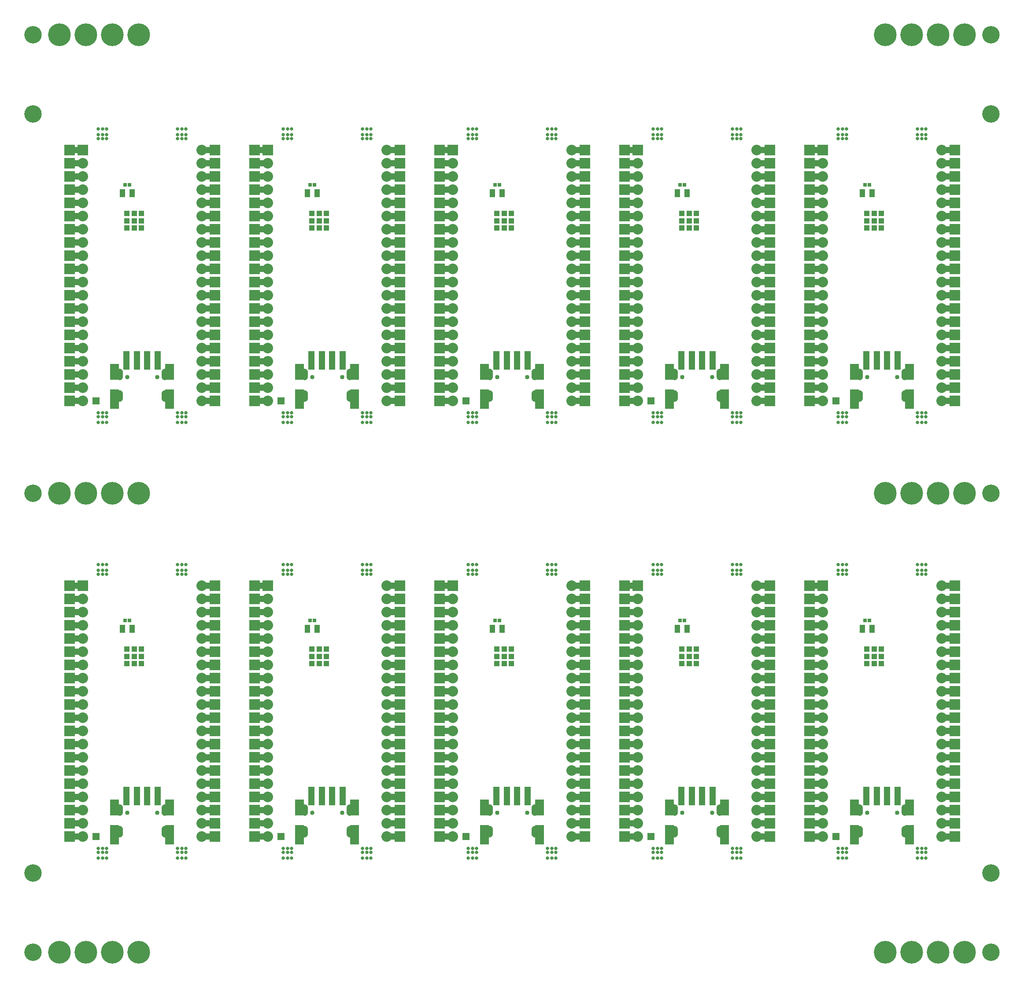
<source format=gbs>
G75*
%MOIN*%
%OFA0B0*%
%FSLAX25Y25*%
%IPPOS*%
%LPD*%
%AMOC8*
5,1,8,0,0,1.08239X$1,22.5*
%
%ADD10C,0.02569*%
%ADD11C,0.13198*%
%ADD12R,0.15000X0.05000*%
%ADD13R,0.08000X0.08000*%
%ADD14C,0.08000*%
%ADD15C,0.04734*%
%ADD16C,0.03356*%
%ADD17R,0.04143X0.06112*%
%ADD18R,0.03041X0.03041*%
%ADD19R,0.04537X0.13986*%
%ADD20R,0.06506X0.14773*%
%ADD21R,0.06506X0.12411*%
%ADD22R,0.04143X0.04143*%
%ADD23R,0.05324X0.05324*%
%ADD24C,0.17198*%
D10*
X0066175Y0088050D03*
X0069300Y0088050D03*
X0072425Y0088050D03*
X0072425Y0092425D03*
X0069300Y0092425D03*
X0069300Y0095550D03*
X0072425Y0095550D03*
X0066175Y0095550D03*
X0066175Y0092425D03*
X0126175Y0092425D03*
X0126175Y0095550D03*
X0129300Y0095550D03*
X0132425Y0095550D03*
X0132425Y0092425D03*
X0129300Y0092425D03*
X0129300Y0088050D03*
X0132425Y0088050D03*
X0126175Y0088050D03*
X0206175Y0088050D03*
X0209300Y0088050D03*
X0212425Y0088050D03*
X0212425Y0092425D03*
X0209300Y0092425D03*
X0206175Y0092425D03*
X0206175Y0095550D03*
X0209300Y0095550D03*
X0212425Y0095550D03*
X0266175Y0095550D03*
X0269300Y0095550D03*
X0272425Y0095550D03*
X0272425Y0092425D03*
X0269300Y0092425D03*
X0266175Y0092425D03*
X0266175Y0088050D03*
X0269300Y0088050D03*
X0272425Y0088050D03*
X0346175Y0088050D03*
X0349300Y0088050D03*
X0352425Y0088050D03*
X0352425Y0092425D03*
X0352425Y0095550D03*
X0349300Y0095550D03*
X0346175Y0095550D03*
X0346175Y0092425D03*
X0349300Y0092425D03*
X0406175Y0092425D03*
X0409300Y0092425D03*
X0409300Y0095550D03*
X0406175Y0095550D03*
X0412425Y0095550D03*
X0412425Y0092425D03*
X0412425Y0088050D03*
X0409300Y0088050D03*
X0406175Y0088050D03*
X0486175Y0088050D03*
X0489300Y0088050D03*
X0492425Y0088050D03*
X0492425Y0092425D03*
X0489300Y0092425D03*
X0486175Y0092425D03*
X0486175Y0095550D03*
X0489300Y0095550D03*
X0492425Y0095550D03*
X0546175Y0095550D03*
X0546175Y0092425D03*
X0549300Y0092425D03*
X0552425Y0092425D03*
X0552425Y0095550D03*
X0549300Y0095550D03*
X0549300Y0088050D03*
X0552425Y0088050D03*
X0546175Y0088050D03*
X0626175Y0088050D03*
X0629300Y0088050D03*
X0632425Y0088050D03*
X0632425Y0092425D03*
X0632425Y0095550D03*
X0629300Y0095550D03*
X0626175Y0095550D03*
X0626175Y0092425D03*
X0629300Y0092425D03*
X0686175Y0092425D03*
X0689300Y0092425D03*
X0689300Y0095550D03*
X0686175Y0095550D03*
X0692425Y0095550D03*
X0692425Y0092425D03*
X0692425Y0088050D03*
X0689300Y0088050D03*
X0686175Y0088050D03*
X0686175Y0303050D03*
X0689300Y0303050D03*
X0689300Y0306175D03*
X0686175Y0306175D03*
X0686175Y0310550D03*
X0689300Y0310550D03*
X0692425Y0310550D03*
X0692425Y0306175D03*
X0692425Y0303050D03*
X0632425Y0303050D03*
X0632425Y0306175D03*
X0629300Y0306175D03*
X0626175Y0306175D03*
X0626175Y0303050D03*
X0629300Y0303050D03*
X0629300Y0310550D03*
X0626175Y0310550D03*
X0632425Y0310550D03*
X0552425Y0310550D03*
X0549300Y0310550D03*
X0546175Y0310550D03*
X0546175Y0306175D03*
X0546175Y0303050D03*
X0549300Y0303050D03*
X0552425Y0303050D03*
X0552425Y0306175D03*
X0549300Y0306175D03*
X0492425Y0306175D03*
X0489300Y0306175D03*
X0486175Y0306175D03*
X0486175Y0303050D03*
X0489300Y0303050D03*
X0492425Y0303050D03*
X0492425Y0310550D03*
X0489300Y0310550D03*
X0486175Y0310550D03*
X0412425Y0310550D03*
X0409300Y0310550D03*
X0406175Y0310550D03*
X0406175Y0306175D03*
X0409300Y0306175D03*
X0409300Y0303050D03*
X0406175Y0303050D03*
X0412425Y0303050D03*
X0412425Y0306175D03*
X0352425Y0306175D03*
X0352425Y0303050D03*
X0349300Y0303050D03*
X0346175Y0303050D03*
X0346175Y0306175D03*
X0349300Y0306175D03*
X0349300Y0310550D03*
X0346175Y0310550D03*
X0352425Y0310550D03*
X0272425Y0310550D03*
X0269300Y0310550D03*
X0266175Y0310550D03*
X0266175Y0306175D03*
X0269300Y0306175D03*
X0272425Y0306175D03*
X0272425Y0303050D03*
X0269300Y0303050D03*
X0266175Y0303050D03*
X0212425Y0303050D03*
X0209300Y0303050D03*
X0206175Y0303050D03*
X0206175Y0306175D03*
X0209300Y0306175D03*
X0212425Y0306175D03*
X0212425Y0310550D03*
X0209300Y0310550D03*
X0206175Y0310550D03*
X0132425Y0310550D03*
X0129300Y0310550D03*
X0126175Y0310550D03*
X0126175Y0306175D03*
X0126175Y0303050D03*
X0129300Y0303050D03*
X0132425Y0303050D03*
X0132425Y0306175D03*
X0129300Y0306175D03*
X0072425Y0306175D03*
X0069300Y0306175D03*
X0069300Y0303050D03*
X0072425Y0303050D03*
X0066175Y0303050D03*
X0066175Y0306175D03*
X0066175Y0310550D03*
X0069300Y0310550D03*
X0072425Y0310550D03*
X0072425Y0418050D03*
X0069300Y0418050D03*
X0066175Y0418050D03*
X0066175Y0422425D03*
X0066175Y0425550D03*
X0069300Y0425550D03*
X0072425Y0425550D03*
X0072425Y0422425D03*
X0069300Y0422425D03*
X0126175Y0422425D03*
X0126175Y0425550D03*
X0129300Y0425550D03*
X0132425Y0425550D03*
X0132425Y0422425D03*
X0129300Y0422425D03*
X0129300Y0418050D03*
X0132425Y0418050D03*
X0126175Y0418050D03*
X0206175Y0418050D03*
X0209300Y0418050D03*
X0212425Y0418050D03*
X0212425Y0422425D03*
X0209300Y0422425D03*
X0206175Y0422425D03*
X0206175Y0425550D03*
X0209300Y0425550D03*
X0212425Y0425550D03*
X0266175Y0425550D03*
X0269300Y0425550D03*
X0272425Y0425550D03*
X0272425Y0422425D03*
X0269300Y0422425D03*
X0266175Y0422425D03*
X0266175Y0418050D03*
X0269300Y0418050D03*
X0272425Y0418050D03*
X0346175Y0418050D03*
X0349300Y0418050D03*
X0352425Y0418050D03*
X0352425Y0422425D03*
X0352425Y0425550D03*
X0349300Y0425550D03*
X0346175Y0425550D03*
X0346175Y0422425D03*
X0349300Y0422425D03*
X0406175Y0422425D03*
X0409300Y0422425D03*
X0409300Y0425550D03*
X0406175Y0425550D03*
X0412425Y0425550D03*
X0412425Y0422425D03*
X0412425Y0418050D03*
X0409300Y0418050D03*
X0406175Y0418050D03*
X0486175Y0418050D03*
X0489300Y0418050D03*
X0492425Y0418050D03*
X0492425Y0422425D03*
X0489300Y0422425D03*
X0486175Y0422425D03*
X0486175Y0425550D03*
X0489300Y0425550D03*
X0492425Y0425550D03*
X0546175Y0425550D03*
X0546175Y0422425D03*
X0549300Y0422425D03*
X0552425Y0422425D03*
X0552425Y0425550D03*
X0549300Y0425550D03*
X0549300Y0418050D03*
X0552425Y0418050D03*
X0546175Y0418050D03*
X0626175Y0418050D03*
X0629300Y0418050D03*
X0632425Y0418050D03*
X0632425Y0422425D03*
X0632425Y0425550D03*
X0629300Y0425550D03*
X0626175Y0425550D03*
X0626175Y0422425D03*
X0629300Y0422425D03*
X0686175Y0422425D03*
X0689300Y0422425D03*
X0689300Y0425550D03*
X0686175Y0425550D03*
X0692425Y0425550D03*
X0692425Y0422425D03*
X0692425Y0418050D03*
X0689300Y0418050D03*
X0686175Y0418050D03*
X0686175Y0633050D03*
X0689300Y0633050D03*
X0689300Y0636175D03*
X0686175Y0636175D03*
X0686175Y0640550D03*
X0689300Y0640550D03*
X0692425Y0640550D03*
X0692425Y0636175D03*
X0692425Y0633050D03*
X0632425Y0633050D03*
X0632425Y0636175D03*
X0629300Y0636175D03*
X0626175Y0636175D03*
X0626175Y0633050D03*
X0629300Y0633050D03*
X0629300Y0640550D03*
X0626175Y0640550D03*
X0632425Y0640550D03*
X0552425Y0640550D03*
X0549300Y0640550D03*
X0546175Y0640550D03*
X0546175Y0636175D03*
X0546175Y0633050D03*
X0549300Y0633050D03*
X0552425Y0633050D03*
X0552425Y0636175D03*
X0549300Y0636175D03*
X0492425Y0636175D03*
X0489300Y0636175D03*
X0486175Y0636175D03*
X0486175Y0633050D03*
X0489300Y0633050D03*
X0492425Y0633050D03*
X0492425Y0640550D03*
X0489300Y0640550D03*
X0486175Y0640550D03*
X0412425Y0640550D03*
X0409300Y0640550D03*
X0406175Y0640550D03*
X0406175Y0636175D03*
X0409300Y0636175D03*
X0409300Y0633050D03*
X0406175Y0633050D03*
X0412425Y0633050D03*
X0412425Y0636175D03*
X0352425Y0636175D03*
X0352425Y0633050D03*
X0349300Y0633050D03*
X0346175Y0633050D03*
X0346175Y0636175D03*
X0349300Y0636175D03*
X0349300Y0640550D03*
X0346175Y0640550D03*
X0352425Y0640550D03*
X0272425Y0640550D03*
X0269300Y0640550D03*
X0266175Y0640550D03*
X0266175Y0636175D03*
X0269300Y0636175D03*
X0272425Y0636175D03*
X0272425Y0633050D03*
X0269300Y0633050D03*
X0266175Y0633050D03*
X0212425Y0633050D03*
X0209300Y0633050D03*
X0206175Y0633050D03*
X0206175Y0636175D03*
X0209300Y0636175D03*
X0212425Y0636175D03*
X0212425Y0640550D03*
X0209300Y0640550D03*
X0206175Y0640550D03*
X0132425Y0640550D03*
X0129300Y0640550D03*
X0126175Y0640550D03*
X0126175Y0636175D03*
X0126175Y0633050D03*
X0129300Y0633050D03*
X0132425Y0633050D03*
X0132425Y0636175D03*
X0129300Y0636175D03*
X0072425Y0636175D03*
X0069300Y0636175D03*
X0069300Y0633050D03*
X0072425Y0633050D03*
X0066175Y0633050D03*
X0066175Y0636175D03*
X0066175Y0640550D03*
X0069300Y0640550D03*
X0072425Y0640550D03*
D11*
X0016800Y0016800D03*
X0016800Y0076800D03*
X0016800Y0364300D03*
X0016800Y0651800D03*
X0016800Y0711800D03*
X0741800Y0711800D03*
X0741800Y0651800D03*
X0741800Y0364300D03*
X0741800Y0076800D03*
X0741800Y0016800D03*
D12*
X0709300Y0104300D03*
X0709300Y0114300D03*
X0709300Y0124300D03*
X0709300Y0134300D03*
X0709300Y0144300D03*
X0709300Y0154300D03*
X0709300Y0164300D03*
X0709300Y0174300D03*
X0709300Y0184300D03*
X0709300Y0194300D03*
X0709300Y0204300D03*
X0709300Y0214300D03*
X0709300Y0224300D03*
X0709300Y0234300D03*
X0709300Y0244300D03*
X0709300Y0254300D03*
X0709300Y0264300D03*
X0709300Y0274300D03*
X0709300Y0284300D03*
X0709300Y0294300D03*
X0609300Y0294300D03*
X0609300Y0284300D03*
X0609300Y0274300D03*
X0609300Y0264300D03*
X0609300Y0254300D03*
X0609300Y0244300D03*
X0609300Y0234300D03*
X0609300Y0224300D03*
X0609300Y0214300D03*
X0609300Y0204300D03*
X0609300Y0194300D03*
X0609300Y0184300D03*
X0609300Y0174300D03*
X0609300Y0164300D03*
X0609300Y0154300D03*
X0609300Y0144300D03*
X0609300Y0134300D03*
X0609300Y0124300D03*
X0609300Y0114300D03*
X0609300Y0104300D03*
X0569300Y0104300D03*
X0569300Y0114300D03*
X0569300Y0124300D03*
X0569300Y0134300D03*
X0569300Y0144300D03*
X0569300Y0154300D03*
X0569300Y0164300D03*
X0569300Y0174300D03*
X0569300Y0184300D03*
X0569300Y0194300D03*
X0569300Y0204300D03*
X0569300Y0214300D03*
X0569300Y0224300D03*
X0569300Y0234300D03*
X0569300Y0244300D03*
X0569300Y0254300D03*
X0569300Y0264300D03*
X0569300Y0274300D03*
X0569300Y0284300D03*
X0569300Y0294300D03*
X0469300Y0294300D03*
X0469300Y0284300D03*
X0469300Y0274300D03*
X0469300Y0264300D03*
X0469300Y0254300D03*
X0469300Y0244300D03*
X0469300Y0234300D03*
X0469300Y0224300D03*
X0469300Y0214300D03*
X0469300Y0204300D03*
X0469300Y0194300D03*
X0469300Y0184300D03*
X0469300Y0174300D03*
X0469300Y0164300D03*
X0469300Y0154300D03*
X0469300Y0144300D03*
X0469300Y0134300D03*
X0469300Y0124300D03*
X0469300Y0114300D03*
X0469300Y0104300D03*
X0429300Y0104300D03*
X0429300Y0114300D03*
X0429300Y0124300D03*
X0429300Y0134300D03*
X0429300Y0144300D03*
X0429300Y0154300D03*
X0429300Y0164300D03*
X0429300Y0174300D03*
X0429300Y0184300D03*
X0429300Y0194300D03*
X0429300Y0204300D03*
X0429300Y0214300D03*
X0429300Y0224300D03*
X0429300Y0234300D03*
X0429300Y0244300D03*
X0429300Y0254300D03*
X0429300Y0264300D03*
X0429300Y0274300D03*
X0429300Y0284300D03*
X0429300Y0294300D03*
X0329300Y0294300D03*
X0329300Y0284300D03*
X0329300Y0274300D03*
X0329300Y0264300D03*
X0329300Y0254300D03*
X0329300Y0244300D03*
X0329300Y0234300D03*
X0329300Y0224300D03*
X0329300Y0214300D03*
X0329300Y0204300D03*
X0329300Y0194300D03*
X0329300Y0184300D03*
X0329300Y0174300D03*
X0329300Y0164300D03*
X0329300Y0154300D03*
X0329300Y0144300D03*
X0329300Y0134300D03*
X0329300Y0124300D03*
X0329300Y0114300D03*
X0329300Y0104300D03*
X0289300Y0104300D03*
X0289300Y0114300D03*
X0289300Y0124300D03*
X0289300Y0134300D03*
X0289300Y0144300D03*
X0289300Y0154300D03*
X0289300Y0164300D03*
X0289300Y0174300D03*
X0289300Y0184300D03*
X0289300Y0194300D03*
X0289300Y0204300D03*
X0289300Y0214300D03*
X0289300Y0224300D03*
X0289300Y0234300D03*
X0289300Y0244300D03*
X0289300Y0254300D03*
X0289300Y0264300D03*
X0289300Y0274300D03*
X0289300Y0284300D03*
X0289300Y0294300D03*
X0189300Y0294300D03*
X0189300Y0284300D03*
X0189300Y0274300D03*
X0189300Y0264300D03*
X0189300Y0254300D03*
X0189300Y0244300D03*
X0189300Y0234300D03*
X0189300Y0224300D03*
X0189300Y0214300D03*
X0189300Y0204300D03*
X0189300Y0194300D03*
X0189300Y0184300D03*
X0189300Y0174300D03*
X0189300Y0164300D03*
X0189300Y0154300D03*
X0189300Y0144300D03*
X0189300Y0134300D03*
X0189300Y0124300D03*
X0189300Y0114300D03*
X0189300Y0104300D03*
X0149300Y0104300D03*
X0149300Y0114300D03*
X0149300Y0124300D03*
X0149300Y0134300D03*
X0149300Y0144300D03*
X0149300Y0154300D03*
X0149300Y0164300D03*
X0149300Y0174300D03*
X0149300Y0184300D03*
X0149300Y0194300D03*
X0149300Y0204300D03*
X0149300Y0214300D03*
X0149300Y0224300D03*
X0149300Y0234300D03*
X0149300Y0244300D03*
X0149300Y0254300D03*
X0149300Y0264300D03*
X0149300Y0274300D03*
X0149300Y0284300D03*
X0149300Y0294300D03*
X0049300Y0294300D03*
X0049300Y0284300D03*
X0049300Y0274300D03*
X0049300Y0264300D03*
X0049300Y0254300D03*
X0049300Y0244300D03*
X0049300Y0234300D03*
X0049300Y0224300D03*
X0049300Y0214300D03*
X0049300Y0204300D03*
X0049300Y0194300D03*
X0049300Y0184300D03*
X0049300Y0174300D03*
X0049300Y0164300D03*
X0049300Y0154300D03*
X0049300Y0144300D03*
X0049300Y0134300D03*
X0049300Y0124300D03*
X0049300Y0114300D03*
X0049300Y0104300D03*
X0049300Y0434300D03*
X0049300Y0444300D03*
X0049300Y0454300D03*
X0049300Y0464300D03*
X0049300Y0474300D03*
X0049300Y0484300D03*
X0049300Y0494300D03*
X0049300Y0504300D03*
X0049300Y0514300D03*
X0049300Y0524300D03*
X0049300Y0534300D03*
X0049300Y0544300D03*
X0049300Y0554300D03*
X0049300Y0564300D03*
X0049300Y0574300D03*
X0049300Y0584300D03*
X0049300Y0594300D03*
X0049300Y0604300D03*
X0049300Y0614300D03*
X0049300Y0624300D03*
X0149300Y0624300D03*
X0149300Y0614300D03*
X0149300Y0604300D03*
X0149300Y0594300D03*
X0149300Y0584300D03*
X0149300Y0574300D03*
X0149300Y0564300D03*
X0149300Y0554300D03*
X0149300Y0544300D03*
X0149300Y0534300D03*
X0149300Y0524300D03*
X0149300Y0514300D03*
X0149300Y0504300D03*
X0149300Y0494300D03*
X0149300Y0484300D03*
X0149300Y0474300D03*
X0149300Y0464300D03*
X0149300Y0454300D03*
X0149300Y0444300D03*
X0149300Y0434300D03*
X0189300Y0434300D03*
X0189300Y0444300D03*
X0189300Y0454300D03*
X0189300Y0464300D03*
X0189300Y0474300D03*
X0189300Y0484300D03*
X0189300Y0494300D03*
X0189300Y0504300D03*
X0189300Y0514300D03*
X0189300Y0524300D03*
X0189300Y0534300D03*
X0189300Y0544300D03*
X0189300Y0554300D03*
X0189300Y0564300D03*
X0189300Y0574300D03*
X0189300Y0584300D03*
X0189300Y0594300D03*
X0189300Y0604300D03*
X0189300Y0614300D03*
X0189300Y0624300D03*
X0289300Y0624300D03*
X0289300Y0614300D03*
X0289300Y0604300D03*
X0289300Y0594300D03*
X0289300Y0584300D03*
X0289300Y0574300D03*
X0289300Y0564300D03*
X0289300Y0554300D03*
X0289300Y0544300D03*
X0289300Y0534300D03*
X0289300Y0524300D03*
X0289300Y0514300D03*
X0289300Y0504300D03*
X0289300Y0494300D03*
X0289300Y0484300D03*
X0289300Y0474300D03*
X0289300Y0464300D03*
X0289300Y0454300D03*
X0289300Y0444300D03*
X0289300Y0434300D03*
X0329300Y0434300D03*
X0329300Y0444300D03*
X0329300Y0454300D03*
X0329300Y0464300D03*
X0329300Y0474300D03*
X0329300Y0484300D03*
X0329300Y0494300D03*
X0329300Y0504300D03*
X0329300Y0514300D03*
X0329300Y0524300D03*
X0329300Y0534300D03*
X0329300Y0544300D03*
X0329300Y0554300D03*
X0329300Y0564300D03*
X0329300Y0574300D03*
X0329300Y0584300D03*
X0329300Y0594300D03*
X0329300Y0604300D03*
X0329300Y0614300D03*
X0329300Y0624300D03*
X0429300Y0624300D03*
X0429300Y0614300D03*
X0429300Y0604300D03*
X0429300Y0594300D03*
X0429300Y0584300D03*
X0429300Y0574300D03*
X0429300Y0564300D03*
X0429300Y0554300D03*
X0429300Y0544300D03*
X0429300Y0534300D03*
X0429300Y0524300D03*
X0429300Y0514300D03*
X0429300Y0504300D03*
X0429300Y0494300D03*
X0429300Y0484300D03*
X0429300Y0474300D03*
X0429300Y0464300D03*
X0429300Y0454300D03*
X0429300Y0444300D03*
X0429300Y0434300D03*
X0469300Y0434300D03*
X0469300Y0444300D03*
X0469300Y0454300D03*
X0469300Y0464300D03*
X0469300Y0474300D03*
X0469300Y0484300D03*
X0469300Y0494300D03*
X0469300Y0504300D03*
X0469300Y0514300D03*
X0469300Y0524300D03*
X0469300Y0534300D03*
X0469300Y0544300D03*
X0469300Y0554300D03*
X0469300Y0564300D03*
X0469300Y0574300D03*
X0469300Y0584300D03*
X0469300Y0594300D03*
X0469300Y0604300D03*
X0469300Y0614300D03*
X0469300Y0624300D03*
X0569300Y0624300D03*
X0569300Y0614300D03*
X0569300Y0604300D03*
X0569300Y0594300D03*
X0569300Y0584300D03*
X0569300Y0574300D03*
X0569300Y0564300D03*
X0569300Y0554300D03*
X0569300Y0544300D03*
X0569300Y0534300D03*
X0569300Y0524300D03*
X0569300Y0514300D03*
X0569300Y0504300D03*
X0569300Y0494300D03*
X0569300Y0484300D03*
X0569300Y0474300D03*
X0569300Y0464300D03*
X0569300Y0454300D03*
X0569300Y0444300D03*
X0569300Y0434300D03*
X0609300Y0434300D03*
X0609300Y0444300D03*
X0609300Y0454300D03*
X0609300Y0464300D03*
X0609300Y0474300D03*
X0609300Y0484300D03*
X0609300Y0494300D03*
X0609300Y0504300D03*
X0609300Y0514300D03*
X0609300Y0524300D03*
X0609300Y0534300D03*
X0609300Y0544300D03*
X0609300Y0554300D03*
X0609300Y0564300D03*
X0609300Y0574300D03*
X0609300Y0584300D03*
X0609300Y0594300D03*
X0609300Y0604300D03*
X0609300Y0614300D03*
X0609300Y0624300D03*
X0709300Y0624300D03*
X0709300Y0614300D03*
X0709300Y0604300D03*
X0709300Y0594300D03*
X0709300Y0584300D03*
X0709300Y0574300D03*
X0709300Y0564300D03*
X0709300Y0554300D03*
X0709300Y0544300D03*
X0709300Y0534300D03*
X0709300Y0524300D03*
X0709300Y0514300D03*
X0709300Y0504300D03*
X0709300Y0494300D03*
X0709300Y0484300D03*
X0709300Y0474300D03*
X0709300Y0464300D03*
X0709300Y0454300D03*
X0709300Y0444300D03*
X0709300Y0434300D03*
D13*
X0714300Y0434300D03*
X0714300Y0444300D03*
X0714300Y0454300D03*
X0714300Y0464300D03*
X0714300Y0474300D03*
X0714300Y0484300D03*
X0714300Y0494300D03*
X0714300Y0504300D03*
X0714300Y0514300D03*
X0714300Y0524300D03*
X0714300Y0534300D03*
X0714300Y0544300D03*
X0714300Y0554300D03*
X0714300Y0564300D03*
X0714300Y0574300D03*
X0714300Y0584300D03*
X0714300Y0594300D03*
X0714300Y0604300D03*
X0714300Y0614300D03*
X0714300Y0624300D03*
X0614300Y0624300D03*
X0604300Y0624300D03*
X0604300Y0614300D03*
X0604300Y0604300D03*
X0604300Y0594300D03*
X0604300Y0584300D03*
X0604300Y0574300D03*
X0604300Y0564300D03*
X0604300Y0554300D03*
X0604300Y0544300D03*
X0604300Y0534300D03*
X0604300Y0524300D03*
X0604300Y0514300D03*
X0604300Y0504300D03*
X0604300Y0494300D03*
X0604300Y0484300D03*
X0604300Y0474300D03*
X0604300Y0464300D03*
X0604300Y0454300D03*
X0604300Y0444300D03*
X0604300Y0434300D03*
X0574300Y0434300D03*
X0574300Y0444300D03*
X0574300Y0454300D03*
X0574300Y0464300D03*
X0574300Y0474300D03*
X0574300Y0484300D03*
X0574300Y0494300D03*
X0574300Y0504300D03*
X0574300Y0514300D03*
X0574300Y0524300D03*
X0574300Y0534300D03*
X0574300Y0544300D03*
X0574300Y0554300D03*
X0574300Y0564300D03*
X0574300Y0574300D03*
X0574300Y0584300D03*
X0574300Y0594300D03*
X0574300Y0604300D03*
X0574300Y0614300D03*
X0574300Y0624300D03*
X0474300Y0624300D03*
X0464300Y0624300D03*
X0464300Y0614300D03*
X0464300Y0604300D03*
X0464300Y0594300D03*
X0464300Y0584300D03*
X0464300Y0574300D03*
X0464300Y0564300D03*
X0464300Y0554300D03*
X0464300Y0544300D03*
X0464300Y0534300D03*
X0464300Y0524300D03*
X0464300Y0514300D03*
X0464300Y0504300D03*
X0464300Y0494300D03*
X0464300Y0484300D03*
X0464300Y0474300D03*
X0464300Y0464300D03*
X0464300Y0454300D03*
X0464300Y0444300D03*
X0464300Y0434300D03*
X0434300Y0434300D03*
X0434300Y0444300D03*
X0434300Y0454300D03*
X0434300Y0464300D03*
X0434300Y0474300D03*
X0434300Y0484300D03*
X0434300Y0494300D03*
X0434300Y0504300D03*
X0434300Y0514300D03*
X0434300Y0524300D03*
X0434300Y0534300D03*
X0434300Y0544300D03*
X0434300Y0554300D03*
X0434300Y0564300D03*
X0434300Y0574300D03*
X0434300Y0584300D03*
X0434300Y0594300D03*
X0434300Y0604300D03*
X0434300Y0614300D03*
X0434300Y0624300D03*
X0334300Y0624300D03*
X0324300Y0624300D03*
X0324300Y0614300D03*
X0324300Y0604300D03*
X0324300Y0594300D03*
X0324300Y0584300D03*
X0324300Y0574300D03*
X0324300Y0564300D03*
X0324300Y0554300D03*
X0324300Y0544300D03*
X0324300Y0534300D03*
X0324300Y0524300D03*
X0324300Y0514300D03*
X0324300Y0504300D03*
X0324300Y0494300D03*
X0324300Y0484300D03*
X0324300Y0474300D03*
X0324300Y0464300D03*
X0324300Y0454300D03*
X0324300Y0444300D03*
X0324300Y0434300D03*
X0294300Y0434300D03*
X0294300Y0444300D03*
X0294300Y0454300D03*
X0294300Y0464300D03*
X0294300Y0474300D03*
X0294300Y0484300D03*
X0294300Y0494300D03*
X0294300Y0504300D03*
X0294300Y0514300D03*
X0294300Y0524300D03*
X0294300Y0534300D03*
X0294300Y0544300D03*
X0294300Y0554300D03*
X0294300Y0564300D03*
X0294300Y0574300D03*
X0294300Y0584300D03*
X0294300Y0594300D03*
X0294300Y0604300D03*
X0294300Y0614300D03*
X0294300Y0624300D03*
X0194300Y0624300D03*
X0184300Y0624300D03*
X0184300Y0614300D03*
X0184300Y0604300D03*
X0184300Y0594300D03*
X0184300Y0584300D03*
X0184300Y0574300D03*
X0184300Y0564300D03*
X0184300Y0554300D03*
X0184300Y0544300D03*
X0184300Y0534300D03*
X0184300Y0524300D03*
X0184300Y0514300D03*
X0184300Y0504300D03*
X0184300Y0494300D03*
X0184300Y0484300D03*
X0184300Y0474300D03*
X0184300Y0464300D03*
X0184300Y0454300D03*
X0184300Y0444300D03*
X0184300Y0434300D03*
X0154300Y0434300D03*
X0154300Y0444300D03*
X0154300Y0454300D03*
X0154300Y0464300D03*
X0154300Y0474300D03*
X0154300Y0484300D03*
X0154300Y0494300D03*
X0154300Y0504300D03*
X0154300Y0514300D03*
X0154300Y0524300D03*
X0154300Y0534300D03*
X0154300Y0544300D03*
X0154300Y0554300D03*
X0154300Y0564300D03*
X0154300Y0574300D03*
X0154300Y0584300D03*
X0154300Y0594300D03*
X0154300Y0604300D03*
X0154300Y0614300D03*
X0154300Y0624300D03*
X0054300Y0624300D03*
X0044300Y0624300D03*
X0044300Y0614300D03*
X0044300Y0604300D03*
X0044300Y0594300D03*
X0044300Y0584300D03*
X0044300Y0574300D03*
X0044300Y0564300D03*
X0044300Y0554300D03*
X0044300Y0544300D03*
X0044300Y0534300D03*
X0044300Y0524300D03*
X0044300Y0514300D03*
X0044300Y0504300D03*
X0044300Y0494300D03*
X0044300Y0484300D03*
X0044300Y0474300D03*
X0044300Y0464300D03*
X0044300Y0454300D03*
X0044300Y0444300D03*
X0044300Y0434300D03*
X0044300Y0294300D03*
X0044300Y0284300D03*
X0044300Y0274300D03*
X0044300Y0264300D03*
X0044300Y0254300D03*
X0044300Y0244300D03*
X0044300Y0234300D03*
X0044300Y0224300D03*
X0044300Y0214300D03*
X0044300Y0204300D03*
X0044300Y0194300D03*
X0044300Y0184300D03*
X0044300Y0174300D03*
X0044300Y0164300D03*
X0044300Y0154300D03*
X0044300Y0144300D03*
X0044300Y0134300D03*
X0044300Y0124300D03*
X0044300Y0114300D03*
X0044300Y0104300D03*
X0154300Y0104300D03*
X0154300Y0114300D03*
X0154300Y0124300D03*
X0154300Y0134300D03*
X0154300Y0144300D03*
X0154300Y0154300D03*
X0154300Y0164300D03*
X0154300Y0174300D03*
X0154300Y0184300D03*
X0154300Y0194300D03*
X0154300Y0204300D03*
X0154300Y0214300D03*
X0154300Y0224300D03*
X0154300Y0234300D03*
X0154300Y0244300D03*
X0154300Y0254300D03*
X0154300Y0264300D03*
X0154300Y0274300D03*
X0154300Y0284300D03*
X0154300Y0294300D03*
X0184300Y0294300D03*
X0184300Y0284300D03*
X0194300Y0294300D03*
X0184300Y0274300D03*
X0184300Y0264300D03*
X0184300Y0254300D03*
X0184300Y0244300D03*
X0184300Y0234300D03*
X0184300Y0224300D03*
X0184300Y0214300D03*
X0184300Y0204300D03*
X0184300Y0194300D03*
X0184300Y0184300D03*
X0184300Y0174300D03*
X0184300Y0164300D03*
X0184300Y0154300D03*
X0184300Y0144300D03*
X0184300Y0134300D03*
X0184300Y0124300D03*
X0184300Y0114300D03*
X0184300Y0104300D03*
X0294300Y0104300D03*
X0294300Y0114300D03*
X0294300Y0124300D03*
X0294300Y0134300D03*
X0294300Y0144300D03*
X0294300Y0154300D03*
X0294300Y0164300D03*
X0294300Y0174300D03*
X0294300Y0184300D03*
X0294300Y0194300D03*
X0294300Y0204300D03*
X0294300Y0214300D03*
X0294300Y0224300D03*
X0294300Y0234300D03*
X0294300Y0244300D03*
X0294300Y0254300D03*
X0294300Y0264300D03*
X0294300Y0274300D03*
X0294300Y0284300D03*
X0294300Y0294300D03*
X0324300Y0294300D03*
X0324300Y0284300D03*
X0324300Y0274300D03*
X0324300Y0264300D03*
X0324300Y0254300D03*
X0324300Y0244300D03*
X0324300Y0234300D03*
X0324300Y0224300D03*
X0324300Y0214300D03*
X0324300Y0204300D03*
X0324300Y0194300D03*
X0324300Y0184300D03*
X0324300Y0174300D03*
X0324300Y0164300D03*
X0324300Y0154300D03*
X0324300Y0144300D03*
X0324300Y0134300D03*
X0324300Y0124300D03*
X0324300Y0114300D03*
X0324300Y0104300D03*
X0434300Y0104300D03*
X0434300Y0114300D03*
X0434300Y0124300D03*
X0434300Y0134300D03*
X0434300Y0144300D03*
X0434300Y0154300D03*
X0434300Y0164300D03*
X0434300Y0174300D03*
X0434300Y0184300D03*
X0434300Y0194300D03*
X0434300Y0204300D03*
X0434300Y0214300D03*
X0434300Y0224300D03*
X0434300Y0234300D03*
X0434300Y0244300D03*
X0434300Y0254300D03*
X0434300Y0264300D03*
X0434300Y0274300D03*
X0434300Y0284300D03*
X0434300Y0294300D03*
X0464300Y0294300D03*
X0464300Y0284300D03*
X0474300Y0294300D03*
X0464300Y0274300D03*
X0464300Y0264300D03*
X0464300Y0254300D03*
X0464300Y0244300D03*
X0464300Y0234300D03*
X0464300Y0224300D03*
X0464300Y0214300D03*
X0464300Y0204300D03*
X0464300Y0194300D03*
X0464300Y0184300D03*
X0464300Y0174300D03*
X0464300Y0164300D03*
X0464300Y0154300D03*
X0464300Y0144300D03*
X0464300Y0134300D03*
X0464300Y0124300D03*
X0464300Y0114300D03*
X0464300Y0104300D03*
X0574300Y0104300D03*
X0574300Y0114300D03*
X0574300Y0124300D03*
X0574300Y0134300D03*
X0574300Y0144300D03*
X0574300Y0154300D03*
X0574300Y0164300D03*
X0574300Y0174300D03*
X0574300Y0184300D03*
X0574300Y0194300D03*
X0574300Y0204300D03*
X0574300Y0214300D03*
X0574300Y0224300D03*
X0574300Y0234300D03*
X0574300Y0244300D03*
X0574300Y0254300D03*
X0574300Y0264300D03*
X0574300Y0274300D03*
X0574300Y0284300D03*
X0574300Y0294300D03*
X0604300Y0294300D03*
X0604300Y0284300D03*
X0614300Y0294300D03*
X0604300Y0274300D03*
X0604300Y0264300D03*
X0604300Y0254300D03*
X0604300Y0244300D03*
X0604300Y0234300D03*
X0604300Y0224300D03*
X0604300Y0214300D03*
X0604300Y0204300D03*
X0604300Y0194300D03*
X0604300Y0184300D03*
X0604300Y0174300D03*
X0604300Y0164300D03*
X0604300Y0154300D03*
X0604300Y0144300D03*
X0604300Y0134300D03*
X0604300Y0124300D03*
X0604300Y0114300D03*
X0604300Y0104300D03*
X0714300Y0104300D03*
X0714300Y0114300D03*
X0714300Y0124300D03*
X0714300Y0134300D03*
X0714300Y0144300D03*
X0714300Y0154300D03*
X0714300Y0164300D03*
X0714300Y0174300D03*
X0714300Y0184300D03*
X0714300Y0194300D03*
X0714300Y0204300D03*
X0714300Y0214300D03*
X0714300Y0224300D03*
X0714300Y0234300D03*
X0714300Y0244300D03*
X0714300Y0254300D03*
X0714300Y0264300D03*
X0714300Y0274300D03*
X0714300Y0284300D03*
X0714300Y0294300D03*
X0334300Y0294300D03*
X0054300Y0294300D03*
D14*
X0054300Y0284300D03*
X0054300Y0274300D03*
X0054300Y0264300D03*
X0054300Y0254300D03*
X0054300Y0244300D03*
X0054300Y0234300D03*
X0054300Y0224300D03*
X0054300Y0214300D03*
X0054300Y0204300D03*
X0054300Y0194300D03*
X0054300Y0184300D03*
X0054300Y0174300D03*
X0054300Y0164300D03*
X0054300Y0154300D03*
X0054300Y0144300D03*
X0054300Y0134300D03*
X0054300Y0124300D03*
X0054300Y0114300D03*
X0054300Y0104300D03*
X0144300Y0104300D03*
X0144300Y0114300D03*
X0144300Y0124300D03*
X0144300Y0134300D03*
X0144300Y0144300D03*
X0144300Y0154300D03*
X0144300Y0164300D03*
X0144300Y0174300D03*
X0144300Y0184300D03*
X0144300Y0194300D03*
X0144300Y0204300D03*
X0144300Y0214300D03*
X0144300Y0224300D03*
X0144300Y0234300D03*
X0144300Y0244300D03*
X0144300Y0254300D03*
X0144300Y0264300D03*
X0144300Y0274300D03*
X0144300Y0284300D03*
X0144300Y0294300D03*
X0194300Y0284300D03*
X0194300Y0274300D03*
X0194300Y0264300D03*
X0194300Y0254300D03*
X0194300Y0244300D03*
X0194300Y0234300D03*
X0194300Y0224300D03*
X0194300Y0214300D03*
X0194300Y0204300D03*
X0194300Y0194300D03*
X0194300Y0184300D03*
X0194300Y0174300D03*
X0194300Y0164300D03*
X0194300Y0154300D03*
X0194300Y0144300D03*
X0194300Y0134300D03*
X0194300Y0124300D03*
X0194300Y0114300D03*
X0194300Y0104300D03*
X0284300Y0104300D03*
X0284300Y0114300D03*
X0284300Y0124300D03*
X0284300Y0134300D03*
X0284300Y0144300D03*
X0284300Y0154300D03*
X0284300Y0164300D03*
X0284300Y0174300D03*
X0284300Y0184300D03*
X0284300Y0194300D03*
X0284300Y0204300D03*
X0284300Y0214300D03*
X0284300Y0224300D03*
X0284300Y0234300D03*
X0284300Y0244300D03*
X0284300Y0254300D03*
X0284300Y0264300D03*
X0284300Y0274300D03*
X0284300Y0284300D03*
X0284300Y0294300D03*
X0334300Y0284300D03*
X0334300Y0274300D03*
X0334300Y0264300D03*
X0334300Y0254300D03*
X0334300Y0244300D03*
X0334300Y0234300D03*
X0334300Y0224300D03*
X0334300Y0214300D03*
X0334300Y0204300D03*
X0334300Y0194300D03*
X0334300Y0184300D03*
X0334300Y0174300D03*
X0334300Y0164300D03*
X0334300Y0154300D03*
X0334300Y0144300D03*
X0334300Y0134300D03*
X0334300Y0124300D03*
X0334300Y0114300D03*
X0334300Y0104300D03*
X0424300Y0104300D03*
X0424300Y0114300D03*
X0424300Y0124300D03*
X0424300Y0134300D03*
X0424300Y0144300D03*
X0424300Y0154300D03*
X0424300Y0164300D03*
X0424300Y0174300D03*
X0424300Y0184300D03*
X0424300Y0194300D03*
X0424300Y0204300D03*
X0424300Y0214300D03*
X0424300Y0224300D03*
X0424300Y0234300D03*
X0424300Y0244300D03*
X0424300Y0254300D03*
X0424300Y0264300D03*
X0424300Y0274300D03*
X0424300Y0284300D03*
X0424300Y0294300D03*
X0474300Y0284300D03*
X0474300Y0274300D03*
X0474300Y0264300D03*
X0474300Y0254300D03*
X0474300Y0244300D03*
X0474300Y0234300D03*
X0474300Y0224300D03*
X0474300Y0214300D03*
X0474300Y0204300D03*
X0474300Y0194300D03*
X0474300Y0184300D03*
X0474300Y0174300D03*
X0474300Y0164300D03*
X0474300Y0154300D03*
X0474300Y0144300D03*
X0474300Y0134300D03*
X0474300Y0124300D03*
X0474300Y0114300D03*
X0474300Y0104300D03*
X0564300Y0104300D03*
X0564300Y0114300D03*
X0564300Y0124300D03*
X0564300Y0134300D03*
X0564300Y0144300D03*
X0564300Y0154300D03*
X0564300Y0164300D03*
X0564300Y0174300D03*
X0564300Y0184300D03*
X0564300Y0194300D03*
X0564300Y0204300D03*
X0564300Y0214300D03*
X0564300Y0224300D03*
X0564300Y0234300D03*
X0564300Y0244300D03*
X0564300Y0254300D03*
X0564300Y0264300D03*
X0564300Y0274300D03*
X0564300Y0284300D03*
X0564300Y0294300D03*
X0614300Y0284300D03*
X0614300Y0274300D03*
X0614300Y0264300D03*
X0614300Y0254300D03*
X0614300Y0244300D03*
X0614300Y0234300D03*
X0614300Y0224300D03*
X0614300Y0214300D03*
X0614300Y0204300D03*
X0614300Y0194300D03*
X0614300Y0184300D03*
X0614300Y0174300D03*
X0614300Y0164300D03*
X0614300Y0154300D03*
X0614300Y0144300D03*
X0614300Y0134300D03*
X0614300Y0124300D03*
X0614300Y0114300D03*
X0614300Y0104300D03*
X0704300Y0104300D03*
X0704300Y0114300D03*
X0704300Y0124300D03*
X0704300Y0134300D03*
X0704300Y0144300D03*
X0704300Y0154300D03*
X0704300Y0164300D03*
X0704300Y0174300D03*
X0704300Y0184300D03*
X0704300Y0194300D03*
X0704300Y0204300D03*
X0704300Y0214300D03*
X0704300Y0224300D03*
X0704300Y0234300D03*
X0704300Y0244300D03*
X0704300Y0254300D03*
X0704300Y0264300D03*
X0704300Y0274300D03*
X0704300Y0284300D03*
X0704300Y0294300D03*
X0704300Y0434300D03*
X0704300Y0444300D03*
X0704300Y0454300D03*
X0704300Y0464300D03*
X0704300Y0474300D03*
X0704300Y0484300D03*
X0704300Y0494300D03*
X0704300Y0504300D03*
X0704300Y0514300D03*
X0704300Y0524300D03*
X0704300Y0534300D03*
X0704300Y0544300D03*
X0704300Y0554300D03*
X0704300Y0564300D03*
X0704300Y0574300D03*
X0704300Y0584300D03*
X0704300Y0594300D03*
X0704300Y0604300D03*
X0704300Y0614300D03*
X0704300Y0624300D03*
X0614300Y0614300D03*
X0614300Y0604300D03*
X0614300Y0594300D03*
X0614300Y0584300D03*
X0614300Y0574300D03*
X0614300Y0564300D03*
X0614300Y0554300D03*
X0614300Y0544300D03*
X0614300Y0534300D03*
X0614300Y0524300D03*
X0614300Y0514300D03*
X0614300Y0504300D03*
X0614300Y0494300D03*
X0614300Y0484300D03*
X0614300Y0474300D03*
X0614300Y0464300D03*
X0614300Y0454300D03*
X0614300Y0444300D03*
X0614300Y0434300D03*
X0564300Y0434300D03*
X0564300Y0444300D03*
X0564300Y0454300D03*
X0564300Y0464300D03*
X0564300Y0474300D03*
X0564300Y0484300D03*
X0564300Y0494300D03*
X0564300Y0504300D03*
X0564300Y0514300D03*
X0564300Y0524300D03*
X0564300Y0534300D03*
X0564300Y0544300D03*
X0564300Y0554300D03*
X0564300Y0564300D03*
X0564300Y0574300D03*
X0564300Y0584300D03*
X0564300Y0594300D03*
X0564300Y0604300D03*
X0564300Y0614300D03*
X0564300Y0624300D03*
X0474300Y0614300D03*
X0474300Y0604300D03*
X0474300Y0594300D03*
X0474300Y0584300D03*
X0474300Y0574300D03*
X0474300Y0564300D03*
X0474300Y0554300D03*
X0474300Y0544300D03*
X0474300Y0534300D03*
X0474300Y0524300D03*
X0474300Y0514300D03*
X0474300Y0504300D03*
X0474300Y0494300D03*
X0474300Y0484300D03*
X0474300Y0474300D03*
X0474300Y0464300D03*
X0474300Y0454300D03*
X0474300Y0444300D03*
X0474300Y0434300D03*
X0424300Y0434300D03*
X0424300Y0444300D03*
X0424300Y0454300D03*
X0424300Y0464300D03*
X0424300Y0474300D03*
X0424300Y0484300D03*
X0424300Y0494300D03*
X0424300Y0504300D03*
X0424300Y0514300D03*
X0424300Y0524300D03*
X0424300Y0534300D03*
X0424300Y0544300D03*
X0424300Y0554300D03*
X0424300Y0564300D03*
X0424300Y0574300D03*
X0424300Y0584300D03*
X0424300Y0594300D03*
X0424300Y0604300D03*
X0424300Y0614300D03*
X0424300Y0624300D03*
X0334300Y0614300D03*
X0334300Y0604300D03*
X0334300Y0594300D03*
X0334300Y0584300D03*
X0334300Y0574300D03*
X0334300Y0564300D03*
X0334300Y0554300D03*
X0334300Y0544300D03*
X0334300Y0534300D03*
X0334300Y0524300D03*
X0334300Y0514300D03*
X0334300Y0504300D03*
X0334300Y0494300D03*
X0334300Y0484300D03*
X0334300Y0474300D03*
X0334300Y0464300D03*
X0334300Y0454300D03*
X0334300Y0444300D03*
X0334300Y0434300D03*
X0284300Y0434300D03*
X0284300Y0444300D03*
X0284300Y0454300D03*
X0284300Y0464300D03*
X0284300Y0474300D03*
X0284300Y0484300D03*
X0284300Y0494300D03*
X0284300Y0504300D03*
X0284300Y0514300D03*
X0284300Y0524300D03*
X0284300Y0534300D03*
X0284300Y0544300D03*
X0284300Y0554300D03*
X0284300Y0564300D03*
X0284300Y0574300D03*
X0284300Y0584300D03*
X0284300Y0594300D03*
X0284300Y0604300D03*
X0284300Y0614300D03*
X0284300Y0624300D03*
X0194300Y0614300D03*
X0194300Y0604300D03*
X0194300Y0594300D03*
X0194300Y0584300D03*
X0194300Y0574300D03*
X0194300Y0564300D03*
X0194300Y0554300D03*
X0194300Y0544300D03*
X0194300Y0534300D03*
X0194300Y0524300D03*
X0194300Y0514300D03*
X0194300Y0504300D03*
X0194300Y0494300D03*
X0194300Y0484300D03*
X0194300Y0474300D03*
X0194300Y0464300D03*
X0194300Y0454300D03*
X0194300Y0444300D03*
X0194300Y0434300D03*
X0144300Y0434300D03*
X0144300Y0444300D03*
X0144300Y0454300D03*
X0144300Y0464300D03*
X0144300Y0474300D03*
X0144300Y0484300D03*
X0144300Y0494300D03*
X0144300Y0504300D03*
X0144300Y0514300D03*
X0144300Y0524300D03*
X0144300Y0534300D03*
X0144300Y0544300D03*
X0144300Y0554300D03*
X0144300Y0564300D03*
X0144300Y0574300D03*
X0144300Y0584300D03*
X0144300Y0594300D03*
X0144300Y0604300D03*
X0144300Y0614300D03*
X0144300Y0624300D03*
X0054300Y0614300D03*
X0054300Y0604300D03*
X0054300Y0594300D03*
X0054300Y0584300D03*
X0054300Y0574300D03*
X0054300Y0564300D03*
X0054300Y0554300D03*
X0054300Y0544300D03*
X0054300Y0534300D03*
X0054300Y0524300D03*
X0054300Y0514300D03*
X0054300Y0504300D03*
X0054300Y0494300D03*
X0054300Y0484300D03*
X0054300Y0474300D03*
X0054300Y0464300D03*
X0054300Y0454300D03*
X0054300Y0444300D03*
X0054300Y0434300D03*
D15*
X0082292Y0435894D02*
X0082292Y0440028D01*
X0082292Y0452351D02*
X0082292Y0456485D01*
X0116308Y0456485D02*
X0116308Y0452351D01*
X0116308Y0440028D02*
X0116308Y0435894D01*
X0222292Y0435894D02*
X0222292Y0440028D01*
X0222292Y0452351D02*
X0222292Y0456485D01*
X0256308Y0456485D02*
X0256308Y0452351D01*
X0256308Y0440028D02*
X0256308Y0435894D01*
X0362292Y0435894D02*
X0362292Y0440028D01*
X0362292Y0452351D02*
X0362292Y0456485D01*
X0396308Y0456485D02*
X0396308Y0452351D01*
X0396308Y0440028D02*
X0396308Y0435894D01*
X0502292Y0435894D02*
X0502292Y0440028D01*
X0502292Y0452351D02*
X0502292Y0456485D01*
X0536308Y0456485D02*
X0536308Y0452351D01*
X0536308Y0440028D02*
X0536308Y0435894D01*
X0642292Y0435894D02*
X0642292Y0440028D01*
X0642292Y0452351D02*
X0642292Y0456485D01*
X0676308Y0456485D02*
X0676308Y0452351D01*
X0676308Y0440028D02*
X0676308Y0435894D01*
X0676308Y0126485D02*
X0676308Y0122351D01*
X0676308Y0110028D02*
X0676308Y0105894D01*
X0642292Y0105894D02*
X0642292Y0110028D01*
X0642292Y0122351D02*
X0642292Y0126485D01*
X0536308Y0126485D02*
X0536308Y0122351D01*
X0536308Y0110028D02*
X0536308Y0105894D01*
X0502292Y0105894D02*
X0502292Y0110028D01*
X0502292Y0122351D02*
X0502292Y0126485D01*
X0396308Y0126485D02*
X0396308Y0122351D01*
X0396308Y0110028D02*
X0396308Y0105894D01*
X0362292Y0105894D02*
X0362292Y0110028D01*
X0362292Y0122351D02*
X0362292Y0126485D01*
X0256308Y0126485D02*
X0256308Y0122351D01*
X0256308Y0110028D02*
X0256308Y0105894D01*
X0222292Y0105894D02*
X0222292Y0110028D01*
X0222292Y0122351D02*
X0222292Y0126485D01*
X0116308Y0126485D02*
X0116308Y0122351D01*
X0116308Y0110028D02*
X0116308Y0105894D01*
X0082292Y0105894D02*
X0082292Y0110028D01*
X0082292Y0122351D02*
X0082292Y0126485D01*
D16*
X0087922Y0122331D03*
X0110678Y0122331D03*
X0227922Y0122331D03*
X0250678Y0122331D03*
X0367922Y0122331D03*
X0390678Y0122331D03*
X0507922Y0122331D03*
X0530678Y0122331D03*
X0647922Y0122331D03*
X0670678Y0122331D03*
X0670678Y0452331D03*
X0647922Y0452331D03*
X0530678Y0452331D03*
X0507922Y0452331D03*
X0390678Y0452331D03*
X0367922Y0452331D03*
X0250678Y0452331D03*
X0227922Y0452331D03*
X0110678Y0452331D03*
X0087922Y0452331D03*
D17*
X0084507Y0591800D03*
X0091593Y0591800D03*
X0224507Y0591800D03*
X0231593Y0591800D03*
X0364507Y0591800D03*
X0371593Y0591800D03*
X0504507Y0591800D03*
X0511593Y0591800D03*
X0644507Y0591800D03*
X0651593Y0591800D03*
X0651593Y0261800D03*
X0644507Y0261800D03*
X0511593Y0261800D03*
X0504507Y0261800D03*
X0371593Y0261800D03*
X0364507Y0261800D03*
X0231593Y0261800D03*
X0224507Y0261800D03*
X0091593Y0261800D03*
X0084507Y0261800D03*
D18*
X0086278Y0268050D03*
X0089822Y0268050D03*
X0226278Y0268050D03*
X0229822Y0268050D03*
X0366278Y0268050D03*
X0369822Y0268050D03*
X0506278Y0268050D03*
X0509822Y0268050D03*
X0646278Y0268050D03*
X0649822Y0268050D03*
X0649822Y0598050D03*
X0646278Y0598050D03*
X0509822Y0598050D03*
X0506278Y0598050D03*
X0369822Y0598050D03*
X0366278Y0598050D03*
X0229822Y0598050D03*
X0226278Y0598050D03*
X0089822Y0598050D03*
X0086278Y0598050D03*
D19*
X0087489Y0465117D03*
X0095363Y0465117D03*
X0103237Y0465117D03*
X0111111Y0465117D03*
X0227489Y0465117D03*
X0235363Y0465117D03*
X0243237Y0465117D03*
X0251111Y0465117D03*
X0367489Y0465117D03*
X0375363Y0465117D03*
X0383237Y0465117D03*
X0391111Y0465117D03*
X0507489Y0465117D03*
X0515363Y0465117D03*
X0523237Y0465117D03*
X0531111Y0465117D03*
X0647489Y0465117D03*
X0655363Y0465117D03*
X0663237Y0465117D03*
X0671111Y0465117D03*
X0671111Y0135117D03*
X0663237Y0135117D03*
X0655363Y0135117D03*
X0647489Y0135117D03*
X0531111Y0135117D03*
X0523237Y0135117D03*
X0515363Y0135117D03*
X0507489Y0135117D03*
X0391111Y0135117D03*
X0383237Y0135117D03*
X0375363Y0135117D03*
X0367489Y0135117D03*
X0251111Y0135117D03*
X0243237Y0135117D03*
X0235363Y0135117D03*
X0227489Y0135117D03*
X0111111Y0135117D03*
X0103237Y0135117D03*
X0095363Y0135117D03*
X0087489Y0135117D03*
D20*
X0078434Y0105589D03*
X0120166Y0105589D03*
X0218434Y0105589D03*
X0260166Y0105589D03*
X0358434Y0105589D03*
X0400166Y0105589D03*
X0498434Y0105589D03*
X0540166Y0105589D03*
X0638434Y0105589D03*
X0680166Y0105589D03*
X0680166Y0435589D03*
X0638434Y0435589D03*
X0540166Y0435589D03*
X0498434Y0435589D03*
X0400166Y0435589D03*
X0358434Y0435589D03*
X0260166Y0435589D03*
X0218434Y0435589D03*
X0120166Y0435589D03*
X0078434Y0435589D03*
D21*
X0078434Y0456456D03*
X0120166Y0456456D03*
X0218434Y0456456D03*
X0260166Y0456456D03*
X0358434Y0456456D03*
X0400166Y0456456D03*
X0498434Y0456456D03*
X0540166Y0456456D03*
X0638434Y0456456D03*
X0680166Y0456456D03*
X0680166Y0126456D03*
X0638434Y0126456D03*
X0540166Y0126456D03*
X0498434Y0126456D03*
X0400166Y0126456D03*
X0358434Y0126456D03*
X0260166Y0126456D03*
X0218434Y0126456D03*
X0120166Y0126456D03*
X0078434Y0126456D03*
D22*
X0087883Y0235353D03*
X0093394Y0235353D03*
X0093394Y0240865D03*
X0087883Y0240865D03*
X0087883Y0246377D03*
X0093394Y0246377D03*
X0098906Y0246377D03*
X0098906Y0240865D03*
X0098906Y0235353D03*
X0227883Y0235353D03*
X0233394Y0235353D03*
X0233394Y0240865D03*
X0227883Y0240865D03*
X0227883Y0246377D03*
X0233394Y0246377D03*
X0238906Y0246377D03*
X0238906Y0240865D03*
X0238906Y0235353D03*
X0367883Y0235353D03*
X0373394Y0235353D03*
X0373394Y0240865D03*
X0367883Y0240865D03*
X0367883Y0246377D03*
X0373394Y0246377D03*
X0378906Y0246377D03*
X0378906Y0240865D03*
X0378906Y0235353D03*
X0507883Y0235353D03*
X0513394Y0235353D03*
X0513394Y0240865D03*
X0507883Y0240865D03*
X0507883Y0246377D03*
X0513394Y0246377D03*
X0518906Y0246377D03*
X0518906Y0240865D03*
X0518906Y0235353D03*
X0647883Y0235353D03*
X0653394Y0235353D03*
X0653394Y0240865D03*
X0647883Y0240865D03*
X0647883Y0246377D03*
X0653394Y0246377D03*
X0658906Y0246377D03*
X0658906Y0240865D03*
X0658906Y0235353D03*
X0658906Y0565353D03*
X0653394Y0565353D03*
X0647883Y0565353D03*
X0647883Y0570865D03*
X0653394Y0570865D03*
X0653394Y0576377D03*
X0647883Y0576377D03*
X0658906Y0576377D03*
X0658906Y0570865D03*
X0518906Y0570865D03*
X0513394Y0570865D03*
X0507883Y0570865D03*
X0507883Y0576377D03*
X0513394Y0576377D03*
X0518906Y0576377D03*
X0518906Y0565353D03*
X0513394Y0565353D03*
X0507883Y0565353D03*
X0378906Y0565353D03*
X0373394Y0565353D03*
X0367883Y0565353D03*
X0367883Y0570865D03*
X0373394Y0570865D03*
X0373394Y0576377D03*
X0367883Y0576377D03*
X0378906Y0576377D03*
X0378906Y0570865D03*
X0238906Y0570865D03*
X0233394Y0570865D03*
X0227883Y0570865D03*
X0227883Y0576377D03*
X0233394Y0576377D03*
X0238906Y0576377D03*
X0238906Y0565353D03*
X0233394Y0565353D03*
X0227883Y0565353D03*
X0098906Y0565353D03*
X0093394Y0565353D03*
X0087883Y0565353D03*
X0087883Y0570865D03*
X0093394Y0570865D03*
X0093394Y0576377D03*
X0087883Y0576377D03*
X0098906Y0576377D03*
X0098906Y0570865D03*
D23*
X0064300Y0434300D03*
X0204300Y0434300D03*
X0344300Y0434300D03*
X0484300Y0434300D03*
X0624300Y0434300D03*
X0624300Y0104300D03*
X0484300Y0104300D03*
X0344300Y0104300D03*
X0204300Y0104300D03*
X0064300Y0104300D03*
D24*
X0056800Y0016800D03*
X0036800Y0016800D03*
X0076800Y0016800D03*
X0096800Y0016800D03*
X0096800Y0364300D03*
X0076800Y0364300D03*
X0056800Y0364300D03*
X0036800Y0364300D03*
X0036800Y0711800D03*
X0056800Y0711800D03*
X0076800Y0711800D03*
X0096800Y0711800D03*
X0661800Y0711800D03*
X0681800Y0711800D03*
X0701800Y0711800D03*
X0721800Y0711800D03*
X0721800Y0364300D03*
X0701800Y0364300D03*
X0681800Y0364300D03*
X0661800Y0364300D03*
X0661800Y0016800D03*
X0681800Y0016800D03*
X0701800Y0016800D03*
X0721800Y0016800D03*
M02*

</source>
